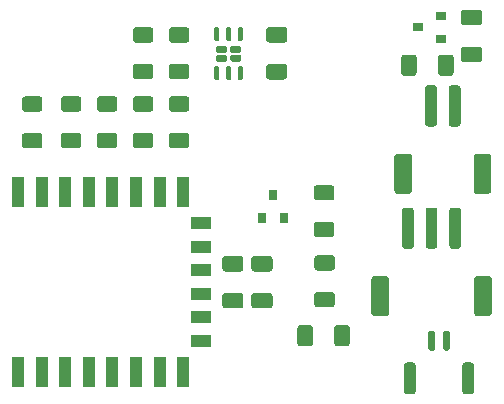
<source format=gbr>
G04 #@! TF.GenerationSoftware,KiCad,Pcbnew,(5.1.9-0-10_14)*
G04 #@! TF.CreationDate,2021-09-10T21:54:05+01:00*
G04 #@! TF.ProjectId,esp12f-si7021-v1.3,65737031-3266-42d7-9369-373032312d76,rev?*
G04 #@! TF.SameCoordinates,Original*
G04 #@! TF.FileFunction,Paste,Top*
G04 #@! TF.FilePolarity,Positive*
%FSLAX46Y46*%
G04 Gerber Fmt 4.6, Leading zero omitted, Abs format (unit mm)*
G04 Created by KiCad (PCBNEW (5.1.9-0-10_14)) date 2021-09-10 21:54:05*
%MOMM*%
%LPD*%
G01*
G04 APERTURE LIST*
%ADD10R,1.000000X2.500000*%
%ADD11R,1.800000X1.000000*%
%ADD12R,0.900000X0.800000*%
%ADD13R,0.800000X0.900000*%
G04 APERTURE END LIST*
G36*
G01*
X24501000Y-22914000D02*
X23251000Y-22914000D01*
G75*
G02*
X23001000Y-22664000I0J250000D01*
G01*
X23001000Y-21864000D01*
G75*
G02*
X23251000Y-21614000I250000J0D01*
G01*
X24501000Y-21614000D01*
G75*
G02*
X24751000Y-21864000I0J-250000D01*
G01*
X24751000Y-22664000D01*
G75*
G02*
X24501000Y-22914000I-250000J0D01*
G01*
G37*
G36*
G01*
X24501000Y-26014000D02*
X23251000Y-26014000D01*
G75*
G02*
X23001000Y-25764000I0J250000D01*
G01*
X23001000Y-24964000D01*
G75*
G02*
X23251000Y-24714000I250000J0D01*
G01*
X24501000Y-24714000D01*
G75*
G02*
X24751000Y-24964000I0J-250000D01*
G01*
X24751000Y-25764000D01*
G75*
G02*
X24501000Y-26014000I-250000J0D01*
G01*
G37*
G36*
G01*
X49452500Y-42524001D02*
X49452500Y-41223999D01*
G75*
G02*
X49702499Y-40974000I249999J0D01*
G01*
X50527501Y-40974000D01*
G75*
G02*
X50777500Y-41223999I0J-249999D01*
G01*
X50777500Y-42524001D01*
G75*
G02*
X50527501Y-42774000I-249999J0D01*
G01*
X49702499Y-42774000D01*
G75*
G02*
X49452500Y-42524001I0J249999D01*
G01*
G37*
G36*
G01*
X46327500Y-42524001D02*
X46327500Y-41223999D01*
G75*
G02*
X46577499Y-40974000I249999J0D01*
G01*
X47402501Y-40974000D01*
G75*
G02*
X47652500Y-41223999I0J-249999D01*
G01*
X47652500Y-42524001D01*
G75*
G02*
X47402501Y-42774000I-249999J0D01*
G01*
X46577499Y-42774000D01*
G75*
G02*
X46327500Y-42524001I0J249999D01*
G01*
G37*
G36*
G01*
X35697000Y-18861500D02*
X36947000Y-18861500D01*
G75*
G02*
X37197000Y-19111500I0J-250000D01*
G01*
X37197000Y-19911500D01*
G75*
G02*
X36947000Y-20161500I-250000J0D01*
G01*
X35697000Y-20161500D01*
G75*
G02*
X35447000Y-19911500I0J250000D01*
G01*
X35447000Y-19111500D01*
G75*
G02*
X35697000Y-18861500I250000J0D01*
G01*
G37*
G36*
G01*
X35697000Y-15761500D02*
X36947000Y-15761500D01*
G75*
G02*
X37197000Y-16011500I0J-250000D01*
G01*
X37197000Y-16811500D01*
G75*
G02*
X36947000Y-17061500I-250000J0D01*
G01*
X35697000Y-17061500D01*
G75*
G02*
X35447000Y-16811500I0J250000D01*
G01*
X35447000Y-16011500D01*
G75*
G02*
X35697000Y-15761500I250000J0D01*
G01*
G37*
G36*
G01*
X32649000Y-18861500D02*
X33899000Y-18861500D01*
G75*
G02*
X34149000Y-19111500I0J-250000D01*
G01*
X34149000Y-19911500D01*
G75*
G02*
X33899000Y-20161500I-250000J0D01*
G01*
X32649000Y-20161500D01*
G75*
G02*
X32399000Y-19911500I0J250000D01*
G01*
X32399000Y-19111500D01*
G75*
G02*
X32649000Y-18861500I250000J0D01*
G01*
G37*
G36*
G01*
X32649000Y-15761500D02*
X33899000Y-15761500D01*
G75*
G02*
X34149000Y-16011500I0J-250000D01*
G01*
X34149000Y-16811500D01*
G75*
G02*
X33899000Y-17061500I-250000J0D01*
G01*
X32649000Y-17061500D01*
G75*
G02*
X32399000Y-16811500I0J250000D01*
G01*
X32399000Y-16011500D01*
G75*
G02*
X32649000Y-15761500I250000J0D01*
G01*
G37*
G36*
G01*
X36947000Y-22903500D02*
X35697000Y-22903500D01*
G75*
G02*
X35447000Y-22653500I0J250000D01*
G01*
X35447000Y-21853500D01*
G75*
G02*
X35697000Y-21603500I250000J0D01*
G01*
X36947000Y-21603500D01*
G75*
G02*
X37197000Y-21853500I0J-250000D01*
G01*
X37197000Y-22653500D01*
G75*
G02*
X36947000Y-22903500I-250000J0D01*
G01*
G37*
G36*
G01*
X36947000Y-26003500D02*
X35697000Y-26003500D01*
G75*
G02*
X35447000Y-25753500I0J250000D01*
G01*
X35447000Y-24953500D01*
G75*
G02*
X35697000Y-24703500I250000J0D01*
G01*
X36947000Y-24703500D01*
G75*
G02*
X37197000Y-24953500I0J-250000D01*
G01*
X37197000Y-25753500D01*
G75*
G02*
X36947000Y-26003500I-250000J0D01*
G01*
G37*
G36*
G01*
X32649000Y-24703500D02*
X33899000Y-24703500D01*
G75*
G02*
X34149000Y-24953500I0J-250000D01*
G01*
X34149000Y-25753500D01*
G75*
G02*
X33899000Y-26003500I-250000J0D01*
G01*
X32649000Y-26003500D01*
G75*
G02*
X32399000Y-25753500I0J250000D01*
G01*
X32399000Y-24953500D01*
G75*
G02*
X32649000Y-24703500I250000J0D01*
G01*
G37*
G36*
G01*
X32649000Y-21603500D02*
X33899000Y-21603500D01*
G75*
G02*
X34149000Y-21853500I0J-250000D01*
G01*
X34149000Y-22653500D01*
G75*
G02*
X33899000Y-22903500I-250000J0D01*
G01*
X32649000Y-22903500D01*
G75*
G02*
X32399000Y-22653500I0J250000D01*
G01*
X32399000Y-21853500D01*
G75*
G02*
X32649000Y-21603500I250000J0D01*
G01*
G37*
G36*
G01*
X29601000Y-24703500D02*
X30851000Y-24703500D01*
G75*
G02*
X31101000Y-24953500I0J-250000D01*
G01*
X31101000Y-25753500D01*
G75*
G02*
X30851000Y-26003500I-250000J0D01*
G01*
X29601000Y-26003500D01*
G75*
G02*
X29351000Y-25753500I0J250000D01*
G01*
X29351000Y-24953500D01*
G75*
G02*
X29601000Y-24703500I250000J0D01*
G01*
G37*
G36*
G01*
X29601000Y-21603500D02*
X30851000Y-21603500D01*
G75*
G02*
X31101000Y-21853500I0J-250000D01*
G01*
X31101000Y-22653500D01*
G75*
G02*
X30851000Y-22903500I-250000J0D01*
G01*
X29601000Y-22903500D01*
G75*
G02*
X29351000Y-22653500I0J250000D01*
G01*
X29351000Y-21853500D01*
G75*
G02*
X29601000Y-21603500I250000J0D01*
G01*
G37*
G36*
G01*
X26553000Y-24703500D02*
X27803000Y-24703500D01*
G75*
G02*
X28053000Y-24953500I0J-250000D01*
G01*
X28053000Y-25753500D01*
G75*
G02*
X27803000Y-26003500I-250000J0D01*
G01*
X26553000Y-26003500D01*
G75*
G02*
X26303000Y-25753500I0J250000D01*
G01*
X26303000Y-24953500D01*
G75*
G02*
X26553000Y-24703500I250000J0D01*
G01*
G37*
G36*
G01*
X26553000Y-21603500D02*
X27803000Y-21603500D01*
G75*
G02*
X28053000Y-21853500I0J-250000D01*
G01*
X28053000Y-22653500D01*
G75*
G02*
X27803000Y-22903500I-250000J0D01*
G01*
X26553000Y-22903500D01*
G75*
G02*
X26303000Y-22653500I0J250000D01*
G01*
X26303000Y-21853500D01*
G75*
G02*
X26553000Y-21603500I250000J0D01*
G01*
G37*
G36*
G01*
X49215200Y-30418700D02*
X47965200Y-30418700D01*
G75*
G02*
X47715200Y-30168700I0J250000D01*
G01*
X47715200Y-29368700D01*
G75*
G02*
X47965200Y-29118700I250000J0D01*
G01*
X49215200Y-29118700D01*
G75*
G02*
X49465200Y-29368700I0J-250000D01*
G01*
X49465200Y-30168700D01*
G75*
G02*
X49215200Y-30418700I-250000J0D01*
G01*
G37*
G36*
G01*
X49215200Y-33518700D02*
X47965200Y-33518700D01*
G75*
G02*
X47715200Y-33268700I0J250000D01*
G01*
X47715200Y-32468700D01*
G75*
G02*
X47965200Y-32218700I250000J0D01*
G01*
X49215200Y-32218700D01*
G75*
G02*
X49465200Y-32468700I0J-250000D01*
G01*
X49465200Y-33268700D01*
G75*
G02*
X49215200Y-33518700I-250000J0D01*
G01*
G37*
G36*
G01*
X49266000Y-36365500D02*
X48016000Y-36365500D01*
G75*
G02*
X47766000Y-36115500I0J250000D01*
G01*
X47766000Y-35315500D01*
G75*
G02*
X48016000Y-35065500I250000J0D01*
G01*
X49266000Y-35065500D01*
G75*
G02*
X49516000Y-35315500I0J-250000D01*
G01*
X49516000Y-36115500D01*
G75*
G02*
X49266000Y-36365500I-250000J0D01*
G01*
G37*
G36*
G01*
X49266000Y-39465500D02*
X48016000Y-39465500D01*
G75*
G02*
X47766000Y-39215500I0J250000D01*
G01*
X47766000Y-38415500D01*
G75*
G02*
X48016000Y-38165500I250000J0D01*
G01*
X49266000Y-38165500D01*
G75*
G02*
X49516000Y-38415500I0J-250000D01*
G01*
X49516000Y-39215500D01*
G75*
G02*
X49266000Y-39465500I-250000J0D01*
G01*
G37*
G36*
G01*
X43926999Y-18861500D02*
X45227001Y-18861500D01*
G75*
G02*
X45477000Y-19111499I0J-249999D01*
G01*
X45477000Y-19936501D01*
G75*
G02*
X45227001Y-20186500I-249999J0D01*
G01*
X43926999Y-20186500D01*
G75*
G02*
X43677000Y-19936501I0J249999D01*
G01*
X43677000Y-19111499D01*
G75*
G02*
X43926999Y-18861500I249999J0D01*
G01*
G37*
G36*
G01*
X43926999Y-15736500D02*
X45227001Y-15736500D01*
G75*
G02*
X45477000Y-15986499I0J-249999D01*
G01*
X45477000Y-16811501D01*
G75*
G02*
X45227001Y-17061500I-249999J0D01*
G01*
X43926999Y-17061500D01*
G75*
G02*
X43677000Y-16811501I0J249999D01*
G01*
X43677000Y-15986499D01*
G75*
G02*
X43926999Y-15736500I249999J0D01*
G01*
G37*
G36*
G01*
X43982401Y-36441700D02*
X42682399Y-36441700D01*
G75*
G02*
X42432400Y-36191701I0J249999D01*
G01*
X42432400Y-35366699D01*
G75*
G02*
X42682399Y-35116700I249999J0D01*
G01*
X43982401Y-35116700D01*
G75*
G02*
X44232400Y-35366699I0J-249999D01*
G01*
X44232400Y-36191701D01*
G75*
G02*
X43982401Y-36441700I-249999J0D01*
G01*
G37*
G36*
G01*
X43982401Y-39566700D02*
X42682399Y-39566700D01*
G75*
G02*
X42432400Y-39316701I0J249999D01*
G01*
X42432400Y-38491699D01*
G75*
G02*
X42682399Y-38241700I249999J0D01*
G01*
X43982401Y-38241700D01*
G75*
G02*
X44232400Y-38491699I0J-249999D01*
G01*
X44232400Y-39316701D01*
G75*
G02*
X43982401Y-39566700I-249999J0D01*
G01*
G37*
G36*
G01*
X41518601Y-36441700D02*
X40218599Y-36441700D01*
G75*
G02*
X39968600Y-36191701I0J249999D01*
G01*
X39968600Y-35366699D01*
G75*
G02*
X40218599Y-35116700I249999J0D01*
G01*
X41518601Y-35116700D01*
G75*
G02*
X41768600Y-35366699I0J-249999D01*
G01*
X41768600Y-36191701D01*
G75*
G02*
X41518601Y-36441700I-249999J0D01*
G01*
G37*
G36*
G01*
X41518601Y-39566700D02*
X40218599Y-39566700D01*
G75*
G02*
X39968600Y-39316701I0J249999D01*
G01*
X39968600Y-38491699D01*
G75*
G02*
X40218599Y-38241700I249999J0D01*
G01*
X41518601Y-38241700D01*
G75*
G02*
X41768600Y-38491699I0J-249999D01*
G01*
X41768600Y-39316701D01*
G75*
G02*
X41518601Y-39566700I-249999J0D01*
G01*
G37*
G36*
G01*
X60431919Y-17390180D02*
X61731921Y-17390180D01*
G75*
G02*
X61981920Y-17640179I0J-249999D01*
G01*
X61981920Y-18465181D01*
G75*
G02*
X61731921Y-18715180I-249999J0D01*
G01*
X60431919Y-18715180D01*
G75*
G02*
X60181920Y-18465181I0J249999D01*
G01*
X60181920Y-17640179D01*
G75*
G02*
X60431919Y-17390180I249999J0D01*
G01*
G37*
G36*
G01*
X60431919Y-14265180D02*
X61731921Y-14265180D01*
G75*
G02*
X61981920Y-14515179I0J-249999D01*
G01*
X61981920Y-15340181D01*
G75*
G02*
X61731921Y-15590180I-249999J0D01*
G01*
X60431919Y-15590180D01*
G75*
G02*
X60181920Y-15340181I0J249999D01*
G01*
X60181920Y-14515179D01*
G75*
G02*
X60431919Y-14265180I249999J0D01*
G01*
G37*
G36*
G01*
X58237020Y-19623361D02*
X58237020Y-18323359D01*
G75*
G02*
X58487019Y-18073360I249999J0D01*
G01*
X59312021Y-18073360D01*
G75*
G02*
X59562020Y-18323359I0J-249999D01*
G01*
X59562020Y-19623361D01*
G75*
G02*
X59312021Y-19873360I-249999J0D01*
G01*
X58487019Y-19873360D01*
G75*
G02*
X58237020Y-19623361I0J249999D01*
G01*
G37*
G36*
G01*
X55112020Y-19623361D02*
X55112020Y-18323359D01*
G75*
G02*
X55362019Y-18073360I249999J0D01*
G01*
X56187021Y-18073360D01*
G75*
G02*
X56437020Y-18323359I0J-249999D01*
G01*
X56437020Y-19623361D01*
G75*
G02*
X56187021Y-19873360I-249999J0D01*
G01*
X55362019Y-19873360D01*
G75*
G02*
X55112020Y-19623361I0J249999D01*
G01*
G37*
G36*
G01*
X41448000Y-17923000D02*
X40778000Y-17923000D01*
G75*
G02*
X40628000Y-17773000I0J150000D01*
G01*
X40628000Y-17473000D01*
G75*
G02*
X40778000Y-17323000I150000J0D01*
G01*
X41448000Y-17323000D01*
G75*
G02*
X41598000Y-17473000I0J-150000D01*
G01*
X41598000Y-17773000D01*
G75*
G02*
X41448000Y-17923000I-150000J0D01*
G01*
G37*
G36*
G01*
X40248000Y-17923000D02*
X39578000Y-17923000D01*
G75*
G02*
X39428000Y-17773000I0J150000D01*
G01*
X39428000Y-17473000D01*
G75*
G02*
X39578000Y-17323000I150000J0D01*
G01*
X40248000Y-17323000D01*
G75*
G02*
X40398000Y-17473000I0J-150000D01*
G01*
X40398000Y-17773000D01*
G75*
G02*
X40248000Y-17923000I-150000J0D01*
G01*
G37*
G36*
G01*
X41448000Y-18673000D02*
X40778000Y-18673000D01*
G75*
G02*
X40628000Y-18523000I0J150000D01*
G01*
X40628000Y-18223000D01*
G75*
G02*
X40778000Y-18073000I150000J0D01*
G01*
X41448000Y-18073000D01*
G75*
G02*
X41598000Y-18223000I0J-150000D01*
G01*
X41598000Y-18523000D01*
G75*
G02*
X41448000Y-18673000I-150000J0D01*
G01*
G37*
G36*
G01*
X40248000Y-18673000D02*
X39578000Y-18673000D01*
G75*
G02*
X39428000Y-18523000I0J150000D01*
G01*
X39428000Y-18223000D01*
G75*
G02*
X39578000Y-18073000I150000J0D01*
G01*
X40248000Y-18073000D01*
G75*
G02*
X40398000Y-18223000I0J-150000D01*
G01*
X40398000Y-18523000D01*
G75*
G02*
X40248000Y-18673000I-150000J0D01*
G01*
G37*
G36*
G01*
X39613000Y-16948000D02*
X39413000Y-16948000D01*
G75*
G02*
X39313000Y-16848000I0J100000D01*
G01*
X39313000Y-15848000D01*
G75*
G02*
X39413000Y-15748000I100000J0D01*
G01*
X39613000Y-15748000D01*
G75*
G02*
X39713000Y-15848000I0J-100000D01*
G01*
X39713000Y-16848000D01*
G75*
G02*
X39613000Y-16948000I-100000J0D01*
G01*
G37*
G36*
G01*
X40613000Y-16948000D02*
X40413000Y-16948000D01*
G75*
G02*
X40313000Y-16848000I0J100000D01*
G01*
X40313000Y-15848000D01*
G75*
G02*
X40413000Y-15748000I100000J0D01*
G01*
X40613000Y-15748000D01*
G75*
G02*
X40713000Y-15848000I0J-100000D01*
G01*
X40713000Y-16848000D01*
G75*
G02*
X40613000Y-16948000I-100000J0D01*
G01*
G37*
G36*
G01*
X41613000Y-16948000D02*
X41413000Y-16948000D01*
G75*
G02*
X41313000Y-16848000I0J100000D01*
G01*
X41313000Y-15848000D01*
G75*
G02*
X41413000Y-15748000I100000J0D01*
G01*
X41613000Y-15748000D01*
G75*
G02*
X41713000Y-15848000I0J-100000D01*
G01*
X41713000Y-16848000D01*
G75*
G02*
X41613000Y-16948000I-100000J0D01*
G01*
G37*
G36*
G01*
X41613000Y-20248000D02*
X41413000Y-20248000D01*
G75*
G02*
X41313000Y-20148000I0J100000D01*
G01*
X41313000Y-19148000D01*
G75*
G02*
X41413000Y-19048000I100000J0D01*
G01*
X41613000Y-19048000D01*
G75*
G02*
X41713000Y-19148000I0J-100000D01*
G01*
X41713000Y-20148000D01*
G75*
G02*
X41613000Y-20248000I-100000J0D01*
G01*
G37*
G36*
G01*
X40613000Y-20248000D02*
X40413000Y-20248000D01*
G75*
G02*
X40313000Y-20148000I0J100000D01*
G01*
X40313000Y-19148000D01*
G75*
G02*
X40413000Y-19048000I100000J0D01*
G01*
X40613000Y-19048000D01*
G75*
G02*
X40713000Y-19148000I0J-100000D01*
G01*
X40713000Y-20148000D01*
G75*
G02*
X40613000Y-20248000I-100000J0D01*
G01*
G37*
G36*
G01*
X39613000Y-20248000D02*
X39413000Y-20248000D01*
G75*
G02*
X39313000Y-20148000I0J100000D01*
G01*
X39313000Y-19148000D01*
G75*
G02*
X39413000Y-19048000I100000J0D01*
G01*
X39613000Y-19048000D01*
G75*
G02*
X39713000Y-19148000I0J-100000D01*
G01*
X39713000Y-20148000D01*
G75*
G02*
X39613000Y-20248000I-100000J0D01*
G01*
G37*
G36*
G01*
X61293560Y-39970520D02*
X61293560Y-37070520D01*
G75*
G02*
X61543560Y-36820520I250000J0D01*
G01*
X62543560Y-36820520D01*
G75*
G02*
X62793560Y-37070520I0J-250000D01*
G01*
X62793560Y-39970520D01*
G75*
G02*
X62543560Y-40220520I-250000J0D01*
G01*
X61543560Y-40220520D01*
G75*
G02*
X61293560Y-39970520I0J250000D01*
G01*
G37*
G36*
G01*
X52593560Y-39970520D02*
X52593560Y-37070520D01*
G75*
G02*
X52843560Y-36820520I250000J0D01*
G01*
X53843560Y-36820520D01*
G75*
G02*
X54093560Y-37070520I0J-250000D01*
G01*
X54093560Y-39970520D01*
G75*
G02*
X53843560Y-40220520I-250000J0D01*
G01*
X52843560Y-40220520D01*
G75*
G02*
X52593560Y-39970520I0J250000D01*
G01*
G37*
G36*
G01*
X59193560Y-34270520D02*
X59193560Y-31270520D01*
G75*
G02*
X59443560Y-31020520I250000J0D01*
G01*
X59943560Y-31020520D01*
G75*
G02*
X60193560Y-31270520I0J-250000D01*
G01*
X60193560Y-34270520D01*
G75*
G02*
X59943560Y-34520520I-250000J0D01*
G01*
X59443560Y-34520520D01*
G75*
G02*
X59193560Y-34270520I0J250000D01*
G01*
G37*
G36*
G01*
X57193560Y-34270520D02*
X57193560Y-31270520D01*
G75*
G02*
X57443560Y-31020520I250000J0D01*
G01*
X57943560Y-31020520D01*
G75*
G02*
X58193560Y-31270520I0J-250000D01*
G01*
X58193560Y-34270520D01*
G75*
G02*
X57943560Y-34520520I-250000J0D01*
G01*
X57443560Y-34520520D01*
G75*
G02*
X57193560Y-34270520I0J250000D01*
G01*
G37*
G36*
G01*
X55193560Y-34270520D02*
X55193560Y-31270520D01*
G75*
G02*
X55443560Y-31020520I250000J0D01*
G01*
X55943560Y-31020520D01*
G75*
G02*
X56193560Y-31270520I0J-250000D01*
G01*
X56193560Y-34270520D01*
G75*
G02*
X55943560Y-34520520I-250000J0D01*
G01*
X55443560Y-34520520D01*
G75*
G02*
X55193560Y-34270520I0J250000D01*
G01*
G37*
G36*
G01*
X60304600Y-46590960D02*
X60304600Y-44390960D01*
G75*
G02*
X60554600Y-44140960I250000J0D01*
G01*
X61054600Y-44140960D01*
G75*
G02*
X61304600Y-44390960I0J-250000D01*
G01*
X61304600Y-46590960D01*
G75*
G02*
X61054600Y-46840960I-250000J0D01*
G01*
X60554600Y-46840960D01*
G75*
G02*
X60304600Y-46590960I0J250000D01*
G01*
G37*
G36*
G01*
X55354600Y-46590960D02*
X55354600Y-44390960D01*
G75*
G02*
X55604600Y-44140960I250000J0D01*
G01*
X56104600Y-44140960D01*
G75*
G02*
X56354600Y-44390960I0J-250000D01*
G01*
X56354600Y-46590960D01*
G75*
G02*
X56104600Y-46840960I-250000J0D01*
G01*
X55604600Y-46840960D01*
G75*
G02*
X55354600Y-46590960I0J250000D01*
G01*
G37*
G36*
G01*
X58654600Y-42990960D02*
X58654600Y-41590960D01*
G75*
G02*
X58804600Y-41440960I150000J0D01*
G01*
X59104600Y-41440960D01*
G75*
G02*
X59254600Y-41590960I0J-150000D01*
G01*
X59254600Y-42990960D01*
G75*
G02*
X59104600Y-43140960I-150000J0D01*
G01*
X58804600Y-43140960D01*
G75*
G02*
X58654600Y-42990960I0J150000D01*
G01*
G37*
G36*
G01*
X57404600Y-42990960D02*
X57404600Y-41590960D01*
G75*
G02*
X57554600Y-41440960I150000J0D01*
G01*
X57854600Y-41440960D01*
G75*
G02*
X58004600Y-41590960I0J-150000D01*
G01*
X58004600Y-42990960D01*
G75*
G02*
X57854600Y-43140960I-150000J0D01*
G01*
X57554600Y-43140960D01*
G75*
G02*
X57404600Y-42990960I0J150000D01*
G01*
G37*
G36*
G01*
X61245800Y-29618160D02*
X61245800Y-26718160D01*
G75*
G02*
X61495800Y-26468160I250000J0D01*
G01*
X62495800Y-26468160D01*
G75*
G02*
X62745800Y-26718160I0J-250000D01*
G01*
X62745800Y-29618160D01*
G75*
G02*
X62495800Y-29868160I-250000J0D01*
G01*
X61495800Y-29868160D01*
G75*
G02*
X61245800Y-29618160I0J250000D01*
G01*
G37*
G36*
G01*
X54545800Y-29618160D02*
X54545800Y-26718160D01*
G75*
G02*
X54795800Y-26468160I250000J0D01*
G01*
X55795800Y-26468160D01*
G75*
G02*
X56045800Y-26718160I0J-250000D01*
G01*
X56045800Y-29618160D01*
G75*
G02*
X55795800Y-29868160I-250000J0D01*
G01*
X54795800Y-29868160D01*
G75*
G02*
X54545800Y-29618160I0J250000D01*
G01*
G37*
G36*
G01*
X59145800Y-23918160D02*
X59145800Y-20918160D01*
G75*
G02*
X59395800Y-20668160I250000J0D01*
G01*
X59895800Y-20668160D01*
G75*
G02*
X60145800Y-20918160I0J-250000D01*
G01*
X60145800Y-23918160D01*
G75*
G02*
X59895800Y-24168160I-250000J0D01*
G01*
X59395800Y-24168160D01*
G75*
G02*
X59145800Y-23918160I0J250000D01*
G01*
G37*
G36*
G01*
X57145800Y-23918160D02*
X57145800Y-20918160D01*
G75*
G02*
X57395800Y-20668160I250000J0D01*
G01*
X57895800Y-20668160D01*
G75*
G02*
X58145800Y-20918160I0J-250000D01*
G01*
X58145800Y-23918160D01*
G75*
G02*
X57895800Y-24168160I-250000J0D01*
G01*
X57395800Y-24168160D01*
G75*
G02*
X57145800Y-23918160I0J250000D01*
G01*
G37*
D10*
X22670000Y-29722000D03*
X24670000Y-29722000D03*
X26670000Y-29722000D03*
X28670000Y-29722000D03*
X30670000Y-29722000D03*
X32670000Y-29722000D03*
X34670000Y-29722000D03*
X36670000Y-29722000D03*
D11*
X38170000Y-32322000D03*
X38170000Y-34322000D03*
X38170000Y-36322000D03*
X38170000Y-38322000D03*
X38170000Y-40322000D03*
X38170000Y-42322000D03*
D10*
X36670000Y-44922000D03*
X34670000Y-44922000D03*
X32670000Y-44922000D03*
X30670000Y-44922000D03*
X28670000Y-44922000D03*
X26670000Y-44922000D03*
X24670000Y-44922000D03*
X22670000Y-44922000D03*
D12*
X56515760Y-15778040D03*
X58515760Y-14828040D03*
X58515760Y-16728040D03*
D13*
X44262000Y-29942600D03*
X45212000Y-31942600D03*
X43312000Y-31942600D03*
M02*

</source>
